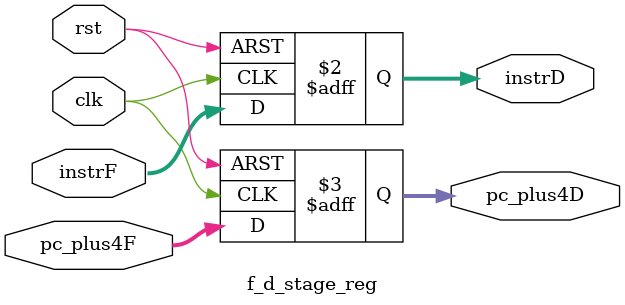
<source format=v>
module f_d_stage_reg(
    input clk, rst,
    input [31:0] instrF,
    input [31:0] pc_plus4F,
    output reg [31:0] instrD,
    output reg [31:0] pc_plus4D
    );
    always @ (posedge clk, posedge rst) begin
        if (rst) begin
            instrD    <= 0;
            pc_plus4D <= 0;
        end
        else begin
            instrD    <= instrF;
            pc_plus4D <= pc_plus4F;
        end
    end
endmodule
</source>
